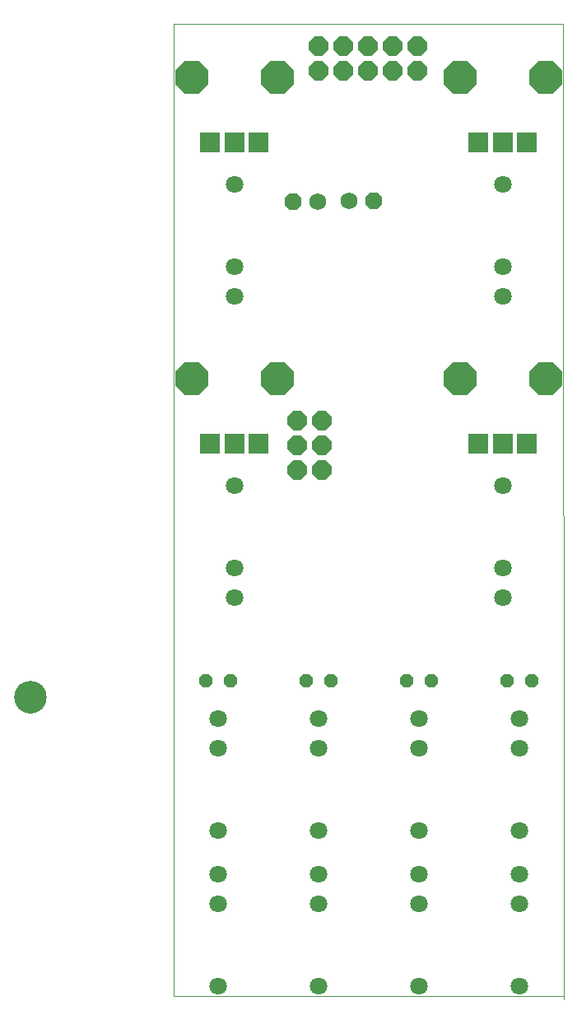
<source format=gts>
G75*
%MOIN*%
%OFA0B0*%
%FSLAX25Y25*%
%IPPOS*%
%LPD*%
%AMOC8*
5,1,8,0,0,1.08239X$1,22.5*
%
%ADD10C,0.00000*%
%ADD11C,0.13198*%
%ADD12R,0.08000X0.08000*%
%ADD13OC8,0.13261*%
%ADD14OC8,0.08000*%
%ADD15C,0.07096*%
%ADD16OC8,0.06900*%
%ADD17C,0.06900*%
%ADD18OC8,0.05400*%
D10*
X0065737Y0002417D02*
X0223217Y0002417D01*
X0223493Y0001000D02*
X0223178Y0396000D01*
X0223217Y0396118D02*
X0065737Y0396118D01*
X0065737Y0002417D01*
X0001150Y0123520D02*
X0001152Y0123678D01*
X0001158Y0123836D01*
X0001168Y0123994D01*
X0001182Y0124152D01*
X0001200Y0124309D01*
X0001221Y0124466D01*
X0001247Y0124622D01*
X0001277Y0124778D01*
X0001310Y0124933D01*
X0001348Y0125086D01*
X0001389Y0125239D01*
X0001434Y0125391D01*
X0001483Y0125542D01*
X0001536Y0125691D01*
X0001592Y0125839D01*
X0001652Y0125985D01*
X0001716Y0126130D01*
X0001784Y0126273D01*
X0001855Y0126415D01*
X0001929Y0126555D01*
X0002007Y0126692D01*
X0002089Y0126828D01*
X0002173Y0126962D01*
X0002262Y0127093D01*
X0002353Y0127222D01*
X0002448Y0127349D01*
X0002545Y0127474D01*
X0002646Y0127596D01*
X0002750Y0127715D01*
X0002857Y0127832D01*
X0002967Y0127946D01*
X0003080Y0128057D01*
X0003195Y0128166D01*
X0003313Y0128271D01*
X0003434Y0128373D01*
X0003557Y0128473D01*
X0003683Y0128569D01*
X0003811Y0128662D01*
X0003941Y0128752D01*
X0004074Y0128838D01*
X0004209Y0128922D01*
X0004345Y0129001D01*
X0004484Y0129078D01*
X0004625Y0129150D01*
X0004767Y0129220D01*
X0004911Y0129285D01*
X0005057Y0129347D01*
X0005204Y0129405D01*
X0005353Y0129460D01*
X0005503Y0129511D01*
X0005654Y0129558D01*
X0005806Y0129601D01*
X0005959Y0129640D01*
X0006114Y0129676D01*
X0006269Y0129707D01*
X0006425Y0129735D01*
X0006581Y0129759D01*
X0006738Y0129779D01*
X0006896Y0129795D01*
X0007053Y0129807D01*
X0007212Y0129815D01*
X0007370Y0129819D01*
X0007528Y0129819D01*
X0007686Y0129815D01*
X0007845Y0129807D01*
X0008002Y0129795D01*
X0008160Y0129779D01*
X0008317Y0129759D01*
X0008473Y0129735D01*
X0008629Y0129707D01*
X0008784Y0129676D01*
X0008939Y0129640D01*
X0009092Y0129601D01*
X0009244Y0129558D01*
X0009395Y0129511D01*
X0009545Y0129460D01*
X0009694Y0129405D01*
X0009841Y0129347D01*
X0009987Y0129285D01*
X0010131Y0129220D01*
X0010273Y0129150D01*
X0010414Y0129078D01*
X0010553Y0129001D01*
X0010689Y0128922D01*
X0010824Y0128838D01*
X0010957Y0128752D01*
X0011087Y0128662D01*
X0011215Y0128569D01*
X0011341Y0128473D01*
X0011464Y0128373D01*
X0011585Y0128271D01*
X0011703Y0128166D01*
X0011818Y0128057D01*
X0011931Y0127946D01*
X0012041Y0127832D01*
X0012148Y0127715D01*
X0012252Y0127596D01*
X0012353Y0127474D01*
X0012450Y0127349D01*
X0012545Y0127222D01*
X0012636Y0127093D01*
X0012725Y0126962D01*
X0012809Y0126828D01*
X0012891Y0126692D01*
X0012969Y0126555D01*
X0013043Y0126415D01*
X0013114Y0126273D01*
X0013182Y0126130D01*
X0013246Y0125985D01*
X0013306Y0125839D01*
X0013362Y0125691D01*
X0013415Y0125542D01*
X0013464Y0125391D01*
X0013509Y0125239D01*
X0013550Y0125086D01*
X0013588Y0124933D01*
X0013621Y0124778D01*
X0013651Y0124622D01*
X0013677Y0124466D01*
X0013698Y0124309D01*
X0013716Y0124152D01*
X0013730Y0123994D01*
X0013740Y0123836D01*
X0013746Y0123678D01*
X0013748Y0123520D01*
X0013746Y0123362D01*
X0013740Y0123204D01*
X0013730Y0123046D01*
X0013716Y0122888D01*
X0013698Y0122731D01*
X0013677Y0122574D01*
X0013651Y0122418D01*
X0013621Y0122262D01*
X0013588Y0122107D01*
X0013550Y0121954D01*
X0013509Y0121801D01*
X0013464Y0121649D01*
X0013415Y0121498D01*
X0013362Y0121349D01*
X0013306Y0121201D01*
X0013246Y0121055D01*
X0013182Y0120910D01*
X0013114Y0120767D01*
X0013043Y0120625D01*
X0012969Y0120485D01*
X0012891Y0120348D01*
X0012809Y0120212D01*
X0012725Y0120078D01*
X0012636Y0119947D01*
X0012545Y0119818D01*
X0012450Y0119691D01*
X0012353Y0119566D01*
X0012252Y0119444D01*
X0012148Y0119325D01*
X0012041Y0119208D01*
X0011931Y0119094D01*
X0011818Y0118983D01*
X0011703Y0118874D01*
X0011585Y0118769D01*
X0011464Y0118667D01*
X0011341Y0118567D01*
X0011215Y0118471D01*
X0011087Y0118378D01*
X0010957Y0118288D01*
X0010824Y0118202D01*
X0010689Y0118118D01*
X0010553Y0118039D01*
X0010414Y0117962D01*
X0010273Y0117890D01*
X0010131Y0117820D01*
X0009987Y0117755D01*
X0009841Y0117693D01*
X0009694Y0117635D01*
X0009545Y0117580D01*
X0009395Y0117529D01*
X0009244Y0117482D01*
X0009092Y0117439D01*
X0008939Y0117400D01*
X0008784Y0117364D01*
X0008629Y0117333D01*
X0008473Y0117305D01*
X0008317Y0117281D01*
X0008160Y0117261D01*
X0008002Y0117245D01*
X0007845Y0117233D01*
X0007686Y0117225D01*
X0007528Y0117221D01*
X0007370Y0117221D01*
X0007212Y0117225D01*
X0007053Y0117233D01*
X0006896Y0117245D01*
X0006738Y0117261D01*
X0006581Y0117281D01*
X0006425Y0117305D01*
X0006269Y0117333D01*
X0006114Y0117364D01*
X0005959Y0117400D01*
X0005806Y0117439D01*
X0005654Y0117482D01*
X0005503Y0117529D01*
X0005353Y0117580D01*
X0005204Y0117635D01*
X0005057Y0117693D01*
X0004911Y0117755D01*
X0004767Y0117820D01*
X0004625Y0117890D01*
X0004484Y0117962D01*
X0004345Y0118039D01*
X0004209Y0118118D01*
X0004074Y0118202D01*
X0003941Y0118288D01*
X0003811Y0118378D01*
X0003683Y0118471D01*
X0003557Y0118567D01*
X0003434Y0118667D01*
X0003313Y0118769D01*
X0003195Y0118874D01*
X0003080Y0118983D01*
X0002967Y0119094D01*
X0002857Y0119208D01*
X0002750Y0119325D01*
X0002646Y0119444D01*
X0002545Y0119566D01*
X0002448Y0119691D01*
X0002353Y0119818D01*
X0002262Y0119947D01*
X0002173Y0120078D01*
X0002089Y0120212D01*
X0002007Y0120348D01*
X0001929Y0120485D01*
X0001855Y0120625D01*
X0001784Y0120767D01*
X0001716Y0120910D01*
X0001652Y0121055D01*
X0001592Y0121201D01*
X0001536Y0121349D01*
X0001483Y0121498D01*
X0001434Y0121649D01*
X0001389Y0121801D01*
X0001348Y0121954D01*
X0001310Y0122107D01*
X0001277Y0122262D01*
X0001247Y0122418D01*
X0001221Y0122574D01*
X0001200Y0122731D01*
X0001182Y0122888D01*
X0001168Y0123046D01*
X0001158Y0123204D01*
X0001152Y0123362D01*
X0001150Y0123520D01*
D11*
X0007449Y0123520D03*
D12*
X0080304Y0226039D03*
X0090146Y0226039D03*
X0099989Y0226039D03*
X0099989Y0348087D03*
X0090146Y0348087D03*
X0080304Y0348087D03*
X0188965Y0348087D03*
X0198807Y0348087D03*
X0208650Y0348087D03*
X0208650Y0226039D03*
X0198807Y0226039D03*
X0188965Y0226039D03*
D13*
X0181485Y0252417D03*
X0216130Y0252417D03*
X0216130Y0374465D03*
X0181485Y0374465D03*
X0107469Y0374465D03*
X0072823Y0374465D03*
X0072823Y0252417D03*
X0107469Y0252417D03*
D14*
X0115599Y0235409D03*
X0115599Y0225409D03*
X0115599Y0215409D03*
X0125599Y0215409D03*
X0125599Y0225409D03*
X0125599Y0235409D03*
X0124201Y0377220D03*
X0124201Y0387220D03*
X0134201Y0387220D03*
X0134201Y0377220D03*
X0144201Y0377220D03*
X0144201Y0387220D03*
X0154201Y0387220D03*
X0154201Y0377220D03*
X0164201Y0377220D03*
X0164201Y0387220D03*
D15*
X0198807Y0331157D03*
X0198807Y0297693D03*
X0198807Y0285882D03*
X0198807Y0209110D03*
X0198807Y0175646D03*
X0198807Y0163835D03*
X0205500Y0114622D03*
X0205500Y0102811D03*
X0205500Y0069346D03*
X0205500Y0051630D03*
X0205500Y0039819D03*
X0205500Y0006354D03*
X0164819Y0006354D03*
X0164819Y0039819D03*
X0164819Y0051630D03*
X0164819Y0069346D03*
X0164819Y0102811D03*
X0164819Y0114622D03*
X0124134Y0114622D03*
X0124134Y0102811D03*
X0124134Y0069346D03*
X0124134Y0051630D03*
X0124134Y0039819D03*
X0124134Y0006354D03*
X0083453Y0006354D03*
X0083453Y0039819D03*
X0083453Y0051630D03*
X0083453Y0069346D03*
X0083453Y0102811D03*
X0083453Y0114622D03*
X0090146Y0163835D03*
X0090146Y0175646D03*
X0090146Y0209110D03*
X0090146Y0285882D03*
X0090146Y0297693D03*
X0090146Y0331157D03*
D16*
X0113788Y0323992D03*
X0146662Y0324366D03*
D17*
X0136662Y0324366D03*
X0123788Y0323992D03*
D18*
X0119134Y0130055D03*
X0129134Y0130055D03*
X0159819Y0130055D03*
X0169819Y0130055D03*
X0200500Y0130055D03*
X0210500Y0130055D03*
X0088453Y0130055D03*
X0078453Y0130055D03*
M02*

</source>
